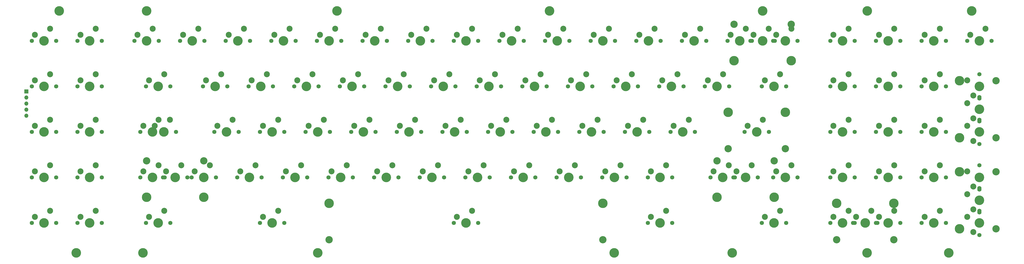
<source format=gbr>
%TF.GenerationSoftware,KiCad,Pcbnew,7.0.2*%
%TF.CreationDate,2023-07-17T22:19:40+10:00*%
%TF.ProjectId,W1-AT PCB,57312d41-5420-4504-9342-2e6b69636164,rev?*%
%TF.SameCoordinates,Original*%
%TF.FileFunction,Soldermask,Top*%
%TF.FilePolarity,Negative*%
%FSLAX46Y46*%
G04 Gerber Fmt 4.6, Leading zero omitted, Abs format (unit mm)*
G04 Created by KiCad (PCBNEW 7.0.2) date 2023-07-17 22:19:40*
%MOMM*%
%LPD*%
G01*
G04 APERTURE LIST*
%ADD10C,1.750000*%
%ADD11C,4.000000*%
%ADD12C,2.500000*%
%ADD13C,3.048000*%
%ADD14C,3.987800*%
%ADD15R,1.700000X1.700000*%
%ADD16O,1.700000X1.700000*%
G04 APERTURE END LIST*
D10*
%TO.C,SW2*%
X112395000Y-42862500D03*
D11*
X117475000Y-42862500D03*
D10*
X122555000Y-42862500D03*
D12*
X113665000Y-40322500D03*
X120015000Y-37782500D03*
%TD*%
D10*
%TO.C,SW56*%
X355282500Y-61912500D03*
D11*
X360362500Y-61912500D03*
D10*
X365442500Y-61912500D03*
D12*
X356552500Y-59372500D03*
X362902500Y-56832500D03*
%TD*%
D13*
%TO.C,S1*%
X160305750Y-93027500D03*
D14*
X160305750Y-108237500D03*
D13*
X184181750Y-93027500D03*
D14*
X184181750Y-108237500D03*
%TD*%
D10*
%TO.C,SW33*%
X236220000Y-100012500D03*
D11*
X241300000Y-100012500D03*
D10*
X246380000Y-100012500D03*
D12*
X237490000Y-97472500D03*
X243840000Y-94932500D03*
%TD*%
D10*
%TO.C,SW49*%
X321945000Y-80962500D03*
D11*
X327025000Y-80962500D03*
D10*
X332105000Y-80962500D03*
D12*
X323215000Y-78422500D03*
X329565000Y-75882500D03*
%TD*%
D10*
%TO.C,SW78*%
X508000000Y-124142500D03*
D11*
X508000000Y-119062500D03*
D10*
X508000000Y-113982500D03*
D12*
X505460000Y-122872500D03*
X502920000Y-116522500D03*
%TD*%
D13*
%TO.C,S4*%
X405574500Y-35877500D03*
D14*
X405574500Y-51087500D03*
D13*
X429450500Y-35877500D03*
D14*
X429450500Y-51087500D03*
%TD*%
D10*
%TO.C,SW63*%
X369570000Y-119062500D03*
D11*
X374650000Y-119062500D03*
D10*
X379730000Y-119062500D03*
D12*
X370840000Y-116522500D03*
X377190000Y-113982500D03*
%TD*%
D10*
%TO.C,SW51*%
X326707500Y-42862500D03*
D11*
X331787500Y-42862500D03*
D10*
X336867500Y-42862500D03*
D12*
X327977500Y-40322500D03*
X334327500Y-37782500D03*
%TD*%
D10*
%TO.C,SW52*%
X336232500Y-61912500D03*
D11*
X341312500Y-61912500D03*
D10*
X346392500Y-61912500D03*
D12*
X337502500Y-59372500D03*
X343852500Y-56832500D03*
%TD*%
D10*
%TO.C,SW7*%
X131445000Y-42862500D03*
D11*
X136525000Y-42862500D03*
D10*
X141605000Y-42862500D03*
D12*
X132715000Y-40322500D03*
X139065000Y-37782500D03*
%TD*%
D11*
%TO.C,H5*%
X231769670Y-131570001D03*
%TD*%
%TO.C,H2*%
X461149670Y-131575379D03*
%TD*%
D10*
%TO.C,SW97*%
X455295000Y-119062500D03*
D11*
X460375000Y-119062500D03*
D10*
X465455000Y-119062500D03*
D12*
X456565000Y-116522500D03*
X462915000Y-113982500D03*
%TD*%
D10*
%TO.C,SW70*%
X417195000Y-61912500D03*
D11*
X422275000Y-61912500D03*
D10*
X427355000Y-61912500D03*
D12*
X418465000Y-59372500D03*
X424815000Y-56832500D03*
%TD*%
D10*
%TO.C,SW30*%
X231457500Y-42862500D03*
D11*
X236537500Y-42862500D03*
D10*
X241617500Y-42862500D03*
D12*
X232727500Y-40322500D03*
X239077500Y-37782500D03*
%TD*%
D10*
%TO.C,SW37*%
X255270000Y-100012500D03*
D11*
X260350000Y-100012500D03*
D10*
X265430000Y-100012500D03*
D12*
X256540000Y-97472500D03*
X262890000Y-94932500D03*
%TD*%
D10*
%TO.C,SW81*%
X483870000Y-80962500D03*
D11*
X488950000Y-80962500D03*
D10*
X494030000Y-80962500D03*
D12*
X485140000Y-78422500D03*
X491490000Y-75882500D03*
%TD*%
D10*
%TO.C,SW14*%
X162401250Y-80962500D03*
D11*
X167481250Y-80962500D03*
D10*
X172561250Y-80962500D03*
D12*
X163671250Y-78422500D03*
X170021250Y-75882500D03*
%TD*%
D11*
%TO.C,H7*%
X461169670Y-30340001D03*
%TD*%
D10*
%TO.C,SW31*%
X240982500Y-61912500D03*
D11*
X246062500Y-61912500D03*
D10*
X251142500Y-61912500D03*
D12*
X242252500Y-59372500D03*
X248602500Y-56832500D03*
%TD*%
D10*
%TO.C,SW40*%
X279082500Y-61912500D03*
D11*
X284162500Y-61912500D03*
D10*
X289242500Y-61912500D03*
D12*
X280352500Y-59372500D03*
X286702500Y-56832500D03*
%TD*%
D10*
%TO.C,SW6*%
X112395000Y-119062500D03*
D11*
X117475000Y-119062500D03*
D10*
X122555000Y-119062500D03*
D12*
X113665000Y-116522500D03*
X120015000Y-113982500D03*
%TD*%
D10*
%TO.C,SW93*%
X445770000Y-80962500D03*
D11*
X450850000Y-80962500D03*
D10*
X455930000Y-80962500D03*
D12*
X447040000Y-78422500D03*
X453390000Y-75882500D03*
%TD*%
D10*
%TO.C,SW19*%
X188595000Y-80962500D03*
D11*
X193675000Y-80962500D03*
D10*
X198755000Y-80962500D03*
D12*
X189865000Y-78422500D03*
X196215000Y-75882500D03*
%TD*%
D10*
%TO.C,SW92*%
X395763750Y-100012500D03*
D11*
X400843750Y-100012500D03*
D10*
X405923750Y-100012500D03*
D12*
X397033750Y-97472500D03*
X403383750Y-94932500D03*
%TD*%
D10*
%TO.C,SW18*%
X183832500Y-61912500D03*
D11*
X188912500Y-61912500D03*
D10*
X193992500Y-61912500D03*
D12*
X185102500Y-59372500D03*
X191452500Y-56832500D03*
%TD*%
D10*
%TO.C,SW58*%
X350520000Y-100012500D03*
D11*
X355600000Y-100012500D03*
D10*
X360680000Y-100012500D03*
D12*
X351790000Y-97472500D03*
X358140000Y-94932500D03*
%TD*%
D10*
%TO.C,SW3*%
X112395000Y-61912500D03*
D11*
X117475000Y-61912500D03*
D10*
X122555000Y-61912500D03*
D12*
X113665000Y-59372500D03*
X120015000Y-56832500D03*
%TD*%
D10*
%TO.C,SW83*%
X464820000Y-119062500D03*
D11*
X469900000Y-119062500D03*
D10*
X474980000Y-119062500D03*
D12*
X466090000Y-116522500D03*
X472440000Y-113982500D03*
%TD*%
D11*
%TO.C,H10*%
X355579670Y-131580001D03*
%TD*%
%TO.C,H11*%
X123819670Y-30315379D03*
%TD*%
D10*
%TO.C,SW41*%
X283845000Y-80962500D03*
D11*
X288925000Y-80962500D03*
D10*
X294005000Y-80962500D03*
D12*
X285115000Y-78422500D03*
X291465000Y-75882500D03*
%TD*%
D10*
%TO.C,SW16*%
X160020000Y-119062500D03*
D11*
X165100000Y-119062500D03*
D10*
X170180000Y-119062500D03*
D12*
X161290000Y-116522500D03*
X167640000Y-113982500D03*
%TD*%
D10*
%TO.C,SW45*%
X302895000Y-80962500D03*
D11*
X307975000Y-80962500D03*
D10*
X313055000Y-80962500D03*
D12*
X304165000Y-78422500D03*
X310515000Y-75882500D03*
%TD*%
D10*
%TO.C,SW44*%
X298132500Y-61912500D03*
D11*
X303212500Y-61912500D03*
D10*
X308292500Y-61912500D03*
D12*
X299402500Y-59372500D03*
X305752500Y-56832500D03*
%TD*%
D10*
%TO.C,SW24*%
X207645000Y-80962500D03*
D11*
X212725000Y-80962500D03*
D10*
X217805000Y-80962500D03*
D12*
X208915000Y-78422500D03*
X215265000Y-75882500D03*
%TD*%
D10*
%TO.C,SW35*%
X260032500Y-61912500D03*
D11*
X265112500Y-61912500D03*
D10*
X270192500Y-61912500D03*
D12*
X261302500Y-59372500D03*
X267652500Y-56832500D03*
%TD*%
D10*
%TO.C,SW10*%
X131445000Y-100012500D03*
D11*
X136525000Y-100012500D03*
D10*
X141605000Y-100012500D03*
D12*
X132715000Y-97472500D03*
X139065000Y-94932500D03*
%TD*%
D13*
%TO.C,S8*%
X514985000Y-59499500D03*
D14*
X499775000Y-59499500D03*
D13*
X514985000Y-83375500D03*
D14*
X499775000Y-83375500D03*
%TD*%
D10*
%TO.C,SW48*%
X317182500Y-61912500D03*
D11*
X322262500Y-61912500D03*
D10*
X327342500Y-61912500D03*
D12*
X318452500Y-59372500D03*
X324802500Y-56832500D03*
%TD*%
D10*
%TO.C,SW68*%
X405288750Y-100012500D03*
D11*
X410368750Y-100012500D03*
D10*
X415448750Y-100012500D03*
D12*
X406558750Y-97472500D03*
X412908750Y-94932500D03*
%TD*%
D10*
%TO.C,SW84*%
X502920000Y-42862500D03*
D11*
X508000000Y-42862500D03*
D10*
X513080000Y-42862500D03*
D12*
X504190000Y-40322500D03*
X510540000Y-37782500D03*
%TD*%
D13*
%TO.C,S5*%
X427037500Y-87947500D03*
D14*
X427037500Y-72737500D03*
D13*
X403161500Y-87947500D03*
D14*
X403161500Y-72737500D03*
%TD*%
D10*
%TO.C,SW77*%
X464820000Y-100012500D03*
D11*
X469900000Y-100012500D03*
D10*
X474980000Y-100012500D03*
D12*
X466090000Y-97472500D03*
X472440000Y-94932500D03*
%TD*%
D10*
%TO.C,SW74*%
X464820000Y-42862500D03*
D11*
X469900000Y-42862500D03*
D10*
X474980000Y-42862500D03*
D12*
X466090000Y-40322500D03*
X472440000Y-37782500D03*
%TD*%
D10*
%TO.C,SW86*%
X508000000Y-86042500D03*
D11*
X508000000Y-80962500D03*
D10*
X508000000Y-75882500D03*
D12*
X505460000Y-84772500D03*
X502920000Y-78422500D03*
%TD*%
D13*
%TO.C,S6*%
X398430750Y-93027500D03*
D14*
X398430750Y-108237500D03*
D13*
X422306750Y-93027500D03*
D14*
X422306750Y-108237500D03*
%TD*%
D10*
%TO.C,SW75*%
X464820000Y-61912500D03*
D11*
X469900000Y-61912500D03*
D10*
X474980000Y-61912500D03*
D12*
X466090000Y-59372500D03*
X472440000Y-56832500D03*
%TD*%
D10*
%TO.C,SW54*%
X331470000Y-100012500D03*
D11*
X336550000Y-100012500D03*
D10*
X341630000Y-100012500D03*
D12*
X332740000Y-97472500D03*
X339090000Y-94932500D03*
%TD*%
D13*
%TO.C,S7*%
X472313000Y-126047500D03*
D14*
X472313000Y-110837500D03*
D13*
X448437000Y-126047500D03*
D14*
X448437000Y-110837500D03*
%TD*%
D10*
%TO.C,SW50*%
X312420000Y-100012500D03*
D11*
X317500000Y-100012500D03*
D10*
X322580000Y-100012500D03*
D12*
X313690000Y-97472500D03*
X320040000Y-94932500D03*
%TD*%
D11*
%TO.C,H3*%
X130949670Y-131570001D03*
%TD*%
D10*
%TO.C,SW42*%
X274320000Y-100012500D03*
D11*
X279400000Y-100012500D03*
D10*
X284480000Y-100012500D03*
D12*
X275590000Y-97472500D03*
X281940000Y-94932500D03*
%TD*%
D10*
%TO.C,SW28*%
X226695000Y-80962500D03*
D11*
X231775000Y-80962500D03*
D10*
X236855000Y-80962500D03*
D12*
X227965000Y-78422500D03*
X234315000Y-75882500D03*
%TD*%
D10*
%TO.C,SW23*%
X202882500Y-61912500D03*
D11*
X207962500Y-61912500D03*
D10*
X213042500Y-61912500D03*
D12*
X204152500Y-59372500D03*
X210502500Y-56832500D03*
%TD*%
D10*
%TO.C,SW38*%
X288607500Y-119045597D03*
D11*
X293687500Y-119045597D03*
D10*
X298767500Y-119045597D03*
D12*
X289877500Y-116505597D03*
X296227500Y-113965597D03*
%TD*%
D10*
%TO.C,SW20*%
X179070000Y-100012500D03*
D11*
X184150000Y-100012500D03*
D10*
X189230000Y-100012500D03*
D12*
X180340000Y-97472500D03*
X186690000Y-94932500D03*
%TD*%
D10*
%TO.C,SW47*%
X307657500Y-42862500D03*
D11*
X312737500Y-42862500D03*
D10*
X317817500Y-42862500D03*
D12*
X308927500Y-40322500D03*
X315277500Y-37782500D03*
%TD*%
D10*
%TO.C,SW73*%
X417195000Y-119062500D03*
D11*
X422275000Y-119062500D03*
D10*
X427355000Y-119062500D03*
D12*
X418465000Y-116522500D03*
X424815000Y-113982500D03*
%TD*%
D10*
%TO.C,SW87*%
X508000000Y-114617500D03*
D11*
X508000000Y-109537500D03*
D10*
X508000000Y-104457500D03*
D12*
X505460000Y-113347500D03*
X502920000Y-106997500D03*
%TD*%
D10*
%TO.C,SW12*%
X155257500Y-42862500D03*
D11*
X160337500Y-42862500D03*
D10*
X165417500Y-42862500D03*
D12*
X156527500Y-40322500D03*
X162877500Y-37782500D03*
%TD*%
D11*
%TO.C,H8*%
X495284972Y-131565379D03*
%TD*%
D10*
%TO.C,SW62*%
X369570000Y-100012500D03*
D11*
X374650000Y-100012500D03*
D10*
X379730000Y-100012500D03*
D12*
X370840000Y-97472500D03*
X377190000Y-94932500D03*
%TD*%
D11*
%TO.C,H9*%
X404804972Y-131565379D03*
%TD*%
D10*
%TO.C,SW22*%
X193357500Y-42862500D03*
D11*
X198437500Y-42862500D03*
D10*
X203517500Y-42862500D03*
D12*
X194627500Y-40322500D03*
X200977500Y-37782500D03*
%TD*%
D10*
%TO.C,SW89*%
X157638750Y-80962500D03*
D11*
X162718750Y-80962500D03*
D10*
X167798750Y-80962500D03*
D12*
X158908750Y-78422500D03*
X165258750Y-75882500D03*
%TD*%
D11*
%TO.C,H14*%
X504809670Y-30330001D03*
%TD*%
D10*
%TO.C,SW76*%
X464820000Y-80962500D03*
D11*
X469900000Y-80962500D03*
D10*
X474980000Y-80962500D03*
D12*
X466090000Y-78422500D03*
X472440000Y-75882500D03*
%TD*%
D11*
%TO.C,H1*%
X417499670Y-30320001D03*
%TD*%
D10*
%TO.C,SW21*%
X207645000Y-119062500D03*
D11*
X212725000Y-119062500D03*
D10*
X217805000Y-119062500D03*
D12*
X208915000Y-116522500D03*
X215265000Y-113982500D03*
%TD*%
D10*
%TO.C,SW82*%
X483870000Y-100012500D03*
D11*
X488950000Y-100012500D03*
D10*
X494030000Y-100012500D03*
D12*
X485140000Y-97472500D03*
X491490000Y-94932500D03*
%TD*%
D13*
%TO.C,S9*%
X514985000Y-97599500D03*
D14*
X499775000Y-97599500D03*
D13*
X514985000Y-121475500D03*
D14*
X499775000Y-121475500D03*
%TD*%
D10*
%TO.C,SW91*%
X445770000Y-61912500D03*
D11*
X450850000Y-61912500D03*
D10*
X455930000Y-61912500D03*
D12*
X447040000Y-59372500D03*
X453390000Y-56832500D03*
%TD*%
D10*
%TO.C,SW65*%
X393382500Y-61912500D03*
D11*
X398462500Y-61912500D03*
D10*
X403542500Y-61912500D03*
D12*
X394652500Y-59372500D03*
X401002500Y-56832500D03*
%TD*%
D10*
%TO.C,SW96*%
X445770000Y-100012500D03*
D11*
X450850000Y-100012500D03*
D10*
X455930000Y-100012500D03*
D12*
X447040000Y-97472500D03*
X453390000Y-94932500D03*
%TD*%
D10*
%TO.C,SW69*%
X402907500Y-42862500D03*
D11*
X407987500Y-42862500D03*
D10*
X413067500Y-42862500D03*
D12*
X404177500Y-40322500D03*
X410527500Y-37782500D03*
%TD*%
D10*
%TO.C,SW34*%
X250507500Y-42862500D03*
D11*
X255587500Y-42862500D03*
D10*
X260667500Y-42862500D03*
D12*
X251777500Y-40322500D03*
X258127500Y-37782500D03*
%TD*%
D10*
%TO.C,SW79*%
X483870000Y-42862500D03*
D11*
X488950000Y-42862500D03*
D10*
X494030000Y-42862500D03*
D12*
X485140000Y-40322500D03*
X491490000Y-37782500D03*
%TD*%
D10*
%TO.C,SW60*%
X374332500Y-61912500D03*
D11*
X379412500Y-61912500D03*
D10*
X384492500Y-61912500D03*
D12*
X375602500Y-59372500D03*
X381952500Y-56832500D03*
%TD*%
D10*
%TO.C,SW15*%
X167163750Y-100012500D03*
D11*
X172243750Y-100012500D03*
D10*
X177323750Y-100012500D03*
D12*
X168433750Y-97472500D03*
X174783750Y-94932500D03*
%TD*%
D10*
%TO.C,SW39*%
X269557500Y-42862500D03*
D11*
X274637500Y-42862500D03*
D10*
X279717500Y-42862500D03*
D12*
X270827500Y-40322500D03*
X277177500Y-37782500D03*
%TD*%
D10*
%TO.C,SW67*%
X445770000Y-42862500D03*
D11*
X450850000Y-42862500D03*
D10*
X455930000Y-42862500D03*
D12*
X447040000Y-40322500D03*
X453390000Y-37782500D03*
%TD*%
D11*
%TO.C,H13*%
X328504972Y-30315379D03*
%TD*%
%TO.C,H4*%
X158739670Y-131585379D03*
%TD*%
D10*
%TO.C,SW72*%
X421894000Y-100012500D03*
D11*
X426974000Y-100012500D03*
D10*
X432054000Y-100012500D03*
D12*
X423164000Y-97472500D03*
X429514000Y-94932500D03*
%TD*%
D10*
%TO.C,SW27*%
X221932500Y-61912500D03*
D11*
X227012500Y-61912500D03*
D10*
X232092500Y-61912500D03*
D12*
X223202500Y-59372500D03*
X229552500Y-56832500D03*
%TD*%
D10*
%TO.C,SW95*%
X508000000Y-105092500D03*
D11*
X508000000Y-100012500D03*
D10*
X508000000Y-94932500D03*
D12*
X505460000Y-103822500D03*
X502920000Y-97472500D03*
%TD*%
D10*
%TO.C,SW5*%
X112395000Y-100012500D03*
D11*
X117475000Y-100012500D03*
D10*
X122555000Y-100012500D03*
D12*
X113665000Y-97472500D03*
X120015000Y-94932500D03*
%TD*%
D10*
%TO.C,SW80*%
X483870000Y-61912500D03*
D11*
X488950000Y-61912500D03*
D10*
X494030000Y-61912500D03*
D12*
X485140000Y-59372500D03*
X491490000Y-56832500D03*
%TD*%
D10*
%TO.C,SW94*%
X508000000Y-66992500D03*
D11*
X508000000Y-61912500D03*
D10*
X508000000Y-56832500D03*
D12*
X505460000Y-65722500D03*
X502920000Y-59372500D03*
%TD*%
D10*
%TO.C,SW26*%
X212407500Y-42862500D03*
D11*
X217487500Y-42862500D03*
D10*
X222567500Y-42862500D03*
D12*
X213677500Y-40322500D03*
X220027500Y-37782500D03*
%TD*%
D10*
%TO.C,SW4*%
X112375920Y-80962500D03*
D11*
X117455920Y-80962500D03*
D10*
X122535920Y-80962500D03*
D12*
X113645920Y-78422500D03*
X119995920Y-75882500D03*
%TD*%
D13*
%TO.C,S3*%
X350837500Y-126030597D03*
D14*
X350837500Y-110820597D03*
D13*
X236537500Y-126030597D03*
D14*
X236537500Y-110820597D03*
%TD*%
D10*
%TO.C,SW46*%
X293370000Y-100012500D03*
D11*
X298450000Y-100012500D03*
D10*
X303530000Y-100012500D03*
D12*
X294640000Y-97472500D03*
X300990000Y-94932500D03*
%TD*%
D10*
%TO.C,SW98*%
X445770000Y-119062500D03*
D11*
X450850000Y-119062500D03*
D10*
X455930000Y-119062500D03*
D12*
X447040000Y-116522500D03*
X453390000Y-113982500D03*
%TD*%
D10*
%TO.C,SW61*%
X379095000Y-80962500D03*
D11*
X384175000Y-80962500D03*
D10*
X389255000Y-80962500D03*
D12*
X380365000Y-78422500D03*
X386715000Y-75882500D03*
%TD*%
D10*
%TO.C,SW11*%
X131445000Y-119062500D03*
D11*
X136525000Y-119062500D03*
D10*
X141605000Y-119062500D03*
D12*
X132715000Y-116522500D03*
X139065000Y-113982500D03*
%TD*%
D10*
%TO.C,SW43*%
X288607500Y-42862500D03*
D11*
X293687500Y-42862500D03*
D10*
X298767500Y-42862500D03*
D12*
X289877500Y-40322500D03*
X296227500Y-37782500D03*
%TD*%
D11*
%TO.C,H12*%
X160329670Y-30325379D03*
%TD*%
D10*
%TO.C,SW85*%
X508000000Y-76517500D03*
D11*
X508000000Y-71437500D03*
D10*
X508000000Y-66357500D03*
D12*
X505460000Y-75247500D03*
X502920000Y-68897500D03*
%TD*%
D10*
%TO.C,SW53*%
X340995000Y-80962500D03*
D11*
X346075000Y-80962500D03*
D10*
X351155000Y-80962500D03*
D12*
X342265000Y-78422500D03*
X348615000Y-75882500D03*
%TD*%
D10*
%TO.C,SW32*%
X245745000Y-80962500D03*
D11*
X250825000Y-80962500D03*
D10*
X255905000Y-80962500D03*
D12*
X247015000Y-78422500D03*
X253365000Y-75882500D03*
%TD*%
D10*
%TO.C,SW36*%
X264795000Y-80962500D03*
D11*
X269875000Y-80962500D03*
D10*
X274955000Y-80962500D03*
D12*
X266065000Y-78422500D03*
X272415000Y-75882500D03*
%TD*%
D11*
%TO.C,H6*%
X239784972Y-30325379D03*
%TD*%
D10*
%TO.C,SW71*%
X410019500Y-80962500D03*
D11*
X415099500Y-80962500D03*
D10*
X420179500Y-80962500D03*
D12*
X411289500Y-78422500D03*
X417639500Y-75882500D03*
%TD*%
D10*
%TO.C,SW64*%
X383857500Y-42862500D03*
D11*
X388937500Y-42862500D03*
D10*
X394017500Y-42862500D03*
D12*
X385127500Y-40322500D03*
X391477500Y-37782500D03*
%TD*%
D10*
%TO.C,SW88*%
X483870000Y-119062500D03*
D11*
X488950000Y-119062500D03*
D10*
X494030000Y-119062500D03*
D12*
X485140000Y-116522500D03*
X491490000Y-113982500D03*
%TD*%
D10*
%TO.C,SW29*%
X217170000Y-100012500D03*
D11*
X222250000Y-100012500D03*
D10*
X227330000Y-100012500D03*
D12*
X218440000Y-97472500D03*
X224790000Y-94932500D03*
%TD*%
D10*
%TO.C,SW99*%
X421957500Y-42862500D03*
D11*
X427037500Y-42862500D03*
D10*
X432117500Y-42862500D03*
D12*
X423227500Y-40322500D03*
X429577500Y-37782500D03*
%TD*%
D10*
%TO.C,SW17*%
X174307500Y-42862500D03*
D11*
X179387500Y-42862500D03*
D10*
X184467500Y-42862500D03*
D12*
X175577500Y-40322500D03*
X181927500Y-37782500D03*
%TD*%
D10*
%TO.C,SW55*%
X345757500Y-42862500D03*
D11*
X350837500Y-42862500D03*
D10*
X355917500Y-42862500D03*
D12*
X347027500Y-40322500D03*
X353377500Y-37782500D03*
%TD*%
D10*
%TO.C,SW25*%
X198120000Y-100012500D03*
D11*
X203200000Y-100012500D03*
D10*
X208280000Y-100012500D03*
D12*
X199390000Y-97472500D03*
X205740000Y-94932500D03*
%TD*%
D10*
%TO.C,SW9*%
X131445000Y-80962500D03*
D11*
X136525000Y-80962500D03*
D10*
X141605000Y-80962500D03*
D12*
X132715000Y-78422500D03*
X139065000Y-75882500D03*
%TD*%
D10*
%TO.C,SW57*%
X360045000Y-80962500D03*
D11*
X365125000Y-80962500D03*
D10*
X370205000Y-80962500D03*
D12*
X361315000Y-78422500D03*
X367665000Y-75882500D03*
%TD*%
D10*
%TO.C,SW59*%
X364807500Y-42862500D03*
D11*
X369887500Y-42862500D03*
D10*
X374967500Y-42862500D03*
D12*
X366077500Y-40322500D03*
X372427500Y-37782500D03*
%TD*%
D10*
%TO.C,SW8*%
X131445000Y-61912500D03*
D11*
X136525000Y-61912500D03*
D10*
X141605000Y-61912500D03*
D12*
X132715000Y-59372500D03*
X139065000Y-56832500D03*
%TD*%
D10*
%TO.C,SW13*%
X160020000Y-61912500D03*
D11*
X165100000Y-61912500D03*
D10*
X170180000Y-61912500D03*
D12*
X161290000Y-59372500D03*
X167640000Y-56832500D03*
%TD*%
D10*
%TO.C,SW90*%
X157638750Y-100012500D03*
D11*
X162718750Y-100012500D03*
D10*
X167798750Y-100012500D03*
D12*
X158908750Y-97472500D03*
X165258750Y-94932500D03*
%TD*%
D10*
%TO.C,SW66*%
X412432500Y-42862500D03*
D11*
X417512500Y-42862500D03*
D10*
X422592500Y-42862500D03*
D12*
X413702500Y-40322500D03*
X420052500Y-37782500D03*
%TD*%
D15*
%TO.C,J2*%
X110121670Y-64008000D03*
D16*
X110121670Y-66548000D03*
X110121670Y-69088000D03*
X110121670Y-71628000D03*
X110121670Y-74168000D03*
%TD*%
M02*

</source>
